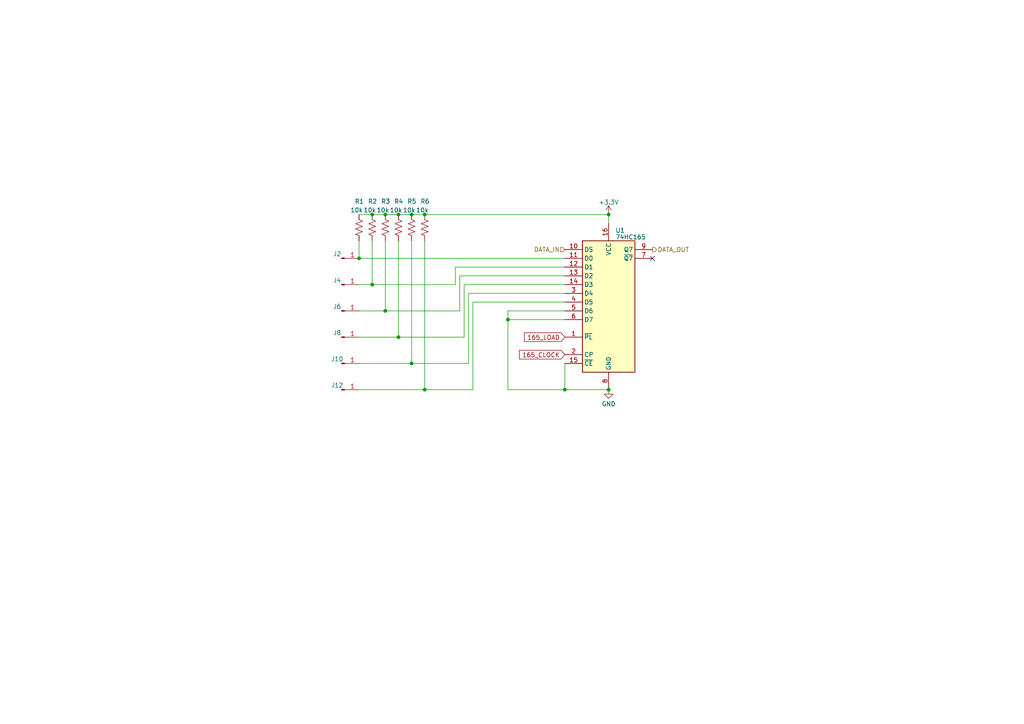
<source format=kicad_sch>
(kicad_sch (version 20230121) (generator eeschema)
  (paper "A4")
  (lib_symbols
    (symbol "74xx:74HC165"
      (property "Reference" "U" (at -7.62 19.05 0))
      (property "Value" "74HC165" (at -7.62 -21.59 0))
      (symbol "74HC165_1_0"
        (pin input line (at -12.7 -10.16 0) (length 5.08) (name "~{PL}") (number "1"))
        (pin input line (at -12.7 15.24 0) (length 5.08) (name "DS") (number "10"))
        (pin input line (at -12.7 12.7 0) (length 5.08) (name "D0") (number "11"))
        (pin input line (at -12.7 10.16 0) (length 5.08) (name "D1") (number "12"))
        (pin input line (at -12.7 7.62 0) (length 5.08) (name "D2") (number "13"))
        (pin input line (at -12.7 5.08 0) (length 5.08) (name "D3") (number "14"))
        (pin input line (at -12.7 -17.78 0) (length 5.08) (name "~{CE}") (number "15"))
        (pin power_in line (at 0 22.86 270) (length 5.08) (name "VCC") (number "16"))
        (pin input line (at -12.7 -15.24 0) (length 5.08) (name "CP") (number "2"))
        (pin input line (at -12.7 2.54 0) (length 5.08) (name "D4") (number "3"))
        (pin input line (at -12.7 0 0) (length 5.08) (name "D5") (number "4"))
        (pin input line (at -12.7 -2.54 0) (length 5.08) (name "D6") (number "5"))
        (pin input line (at -12.7 -5.08 0) (length 5.08) (name "D7") (number "6"))
        (pin output line (at 12.7 12.7 180) (length 5.08) (name "~{Q7}") (number "7"))
        (pin power_in line (at 0 -25.4 90) (length 5.08) (name "GND") (number "8"))
        (pin output line (at 12.7 15.24 180) (length 5.08) (name "Q7") (number "9"))
      )
      (symbol "74HC165_1_1"
        (rectangle (start -7.62 17.78) (end 7.62 -20.32) (stroke (width 0.254)) (fill (type background)))
      )
    )
    (symbol "Device:R_US" (pin_numbers hide) (pin_names (offset 0))
      (property "Reference" "R" (at 2.54 0 90))
      (property "Value" "R_US" (at -2.54 0 90))
      (symbol "R_US_0_1"
        (polyline (pts (xy 0 -2.286) (xy 0 -2.54)))
        (polyline (pts (xy 0 2.286) (xy 0 2.54)))
        (polyline (pts (xy 0 -0.762) (xy 1.016 -1.143) (xy 0 -1.524) (xy -1.016 -1.905) (xy 0 -2.286)))
        (polyline (pts (xy 0 0.762) (xy 1.016 0.381) (xy 0 0) (xy -1.016 -0.381) (xy 0 -0.762)))
        (polyline (pts (xy 0 2.286) (xy 1.016 1.905) (xy 0 1.524) (xy -1.016 1.143) (xy 0 0.762)))
      )
      (symbol "R_US_1_1"
        (pin passive line (at 0 3.81 270) (length 1.27) (name "~") (number "1"))
        (pin passive line (at 0 -3.81 90) (length 1.27) (name "~") (number "2"))
      )
    )
    (symbol "bjarkar:fret" (pin_names (offset 1.016) hide)
      (property "Reference" "J" (at 0 2.54 0))
      (property "Value" "Conn_01x01_Pin" (at 0 -2.54 0))
      (symbol "fret_1_1"
        (polyline (pts (xy 1.27 0) (xy 0.8636 0)) (stroke (width 0.1524)))
        (rectangle (start 0.8636 0.127) (end 0 -0.127) (stroke (width 0.1524)) (fill (type outline)))
        (pin passive line (at 5.08 0 180) (length 3.81) (name "Pin_1") (number "1"))
        (pin no_connect line (at 3.81 -6.35 180) (length 3.81) hide (name "Pin_2") (number "2"))
      )
    )
    (symbol "power:+3.3V" (power) (pin_names (offset 0))
      (property "Value" "+3.3V" (at 0 3.556 0))
      (symbol "+3.3V_0_1"
        (polyline (pts (xy -0.762 1.27) (xy 0 2.54)))
        (polyline (pts (xy 0 0) (xy 0 2.54)))
        (polyline (pts (xy 0 2.54) (xy 0.762 1.27)))
      )
      (symbol "+3.3V_1_1"
        (pin power_in line (at 0 0 90) (length 0) hide (name "+3.3V") (number "1"))
      )
    )
    (symbol "power:GND" (power) (pin_names (offset 0))
      (property "Value" "GND" (at 0 -3.81 0))
      (symbol "GND_0_1"
        (polyline (pts (xy 0 0) (xy 0 -1.27) (xy 1.27 -1.27) (xy 0 -2.54) (xy -1.27 -1.27) (xy 0 -1.27)))
      )
      (symbol "GND_1_1"
        (pin power_in line (at 0 0 270) (length 0) hide (name "GND") (number "1"))
      )
    )
  )
  (junction (at 115.57 62.23))
  (junction (at 111.76 90.17))
  (junction (at 163.83 113.03))
  (junction (at 119.38 105.41))
  (junction (at 147.32 92.71))
  (junction (at 107.95 62.23))
  (junction (at 115.57 97.79))
  (junction (at 107.95 82.55))
  (junction (at 123.19 113.03))
  (junction (at 176.53 62.23))
  (junction (at 119.38 62.23))
  (junction (at 123.19 62.23))
  (junction (at 111.76 62.23))
  (junction (at 176.53 113.03))
  (junction (at 104.14 74.93))
  (no_connect (at 189.23 74.93))
  (wire (pts (xy 137.16 87.63) (xy 163.83 87.63)))
  (wire (pts (xy 135.89 105.41) (xy 135.89 85.09)))
  (wire (pts (xy 104.14 69.85) (xy 104.14 74.93)))
  (wire (pts (xy 115.57 97.79) (xy 134.62 97.79)))
  (wire (pts (xy 134.62 82.55) (xy 163.83 82.55)))
  (wire (pts (xy 163.83 113.03) (xy 176.53 113.03)))
  (wire (pts (xy 132.08 77.47) (xy 163.83 77.47)))
  (wire (pts (xy 176.53 62.23) (xy 176.53 64.77)))
  (wire (pts (xy 111.76 62.23) (xy 115.57 62.23)))
  (wire (pts (xy 133.35 90.17) (xy 133.35 80.01)))
  (wire (pts (xy 111.76 90.17) (xy 133.35 90.17)))
  (wire (pts (xy 123.19 113.03) (xy 137.16 113.03)))
  (wire (pts (xy 104.14 97.79) (xy 115.57 97.79)))
  (wire (pts (xy 115.57 62.23) (xy 119.38 62.23)))
  (wire (pts (xy 104.14 113.03) (xy 123.19 113.03)))
  (wire (pts (xy 147.32 113.03) (xy 163.83 113.03)))
  (wire (pts (xy 163.83 92.71) (xy 147.32 92.71)))
  (wire (pts (xy 104.14 74.93) (xy 163.83 74.93)))
  (wire (pts (xy 137.16 113.03) (xy 137.16 87.63)))
  (wire (pts (xy 107.95 62.23) (xy 111.76 62.23)))
  (wire (pts (xy 123.19 62.23) (xy 176.53 62.23)))
  (wire (pts (xy 132.08 82.55) (xy 132.08 77.47)))
  (wire (pts (xy 104.14 90.17) (xy 111.76 90.17)))
  (wire (pts (xy 147.32 90.17) (xy 147.32 92.71)))
  (wire (pts (xy 123.19 113.03) (xy 123.19 69.85)))
  (wire (pts (xy 147.32 92.71) (xy 147.32 113.03)))
  (wire (pts (xy 104.14 82.55) (xy 107.95 82.55)))
  (wire (pts (xy 119.38 62.23) (xy 123.19 62.23)))
  (wire (pts (xy 111.76 90.17) (xy 111.76 69.85)))
  (wire (pts (xy 104.14 105.41) (xy 119.38 105.41)))
  (wire (pts (xy 133.35 80.01) (xy 163.83 80.01)))
  (wire (pts (xy 115.57 97.79) (xy 115.57 69.85)))
  (wire (pts (xy 135.89 85.09) (xy 163.83 85.09)))
  (wire (pts (xy 104.14 62.23) (xy 107.95 62.23)))
  (wire (pts (xy 119.38 69.85) (xy 119.38 105.41)))
  (wire (pts (xy 107.95 82.55) (xy 107.95 69.85)))
  (wire (pts (xy 163.83 105.41) (xy 163.83 113.03)))
  (wire (pts (xy 107.95 82.55) (xy 132.08 82.55)))
  (wire (pts (xy 119.38 105.41) (xy 135.89 105.41)))
  (wire (pts (xy 134.62 97.79) (xy 134.62 82.55)))
  (wire (pts (xy 163.83 90.17) (xy 147.32 90.17)))
  (global_label "165_LOAD" (shape input) (at 163.83 97.79 180) (property "Intersheetrefs" "${INTERSHEET_REFS}" (effects hide)))
  (global_label "165_CLOCK" (shape input) (at 163.83 102.87 180) (property "Intersheetrefs" "${INTERSHEET_REFS}" (effects hide)))
  (hierarchical_label "DATA_IN" (shape input) (at 163.83 72.39 180))
  (hierarchical_label "DATA_OUT" (shape output) (at 189.23 72.39 0))
  (symbol (lib_id "power:+3.3V") (at 176.53 62.23 0) (unit 1)
    (property "Reference" "#PWR?" (effects hide))
    (property "Value" "+3.3V" (at 176.53 58.674 0))
    (instances (project "dk2_03_top" (path "" (reference "#PWR?") (unit 1)) (path "" (reference "#PWR035") (unit 1)) (path "" (reference "#PWR039") (unit 1)) (path "" (reference "#PWR011") (unit 1))) (project "fretboard" (path "" (reference "#PWR04") (unit 1)) (path "" (reference "#PWR06") (unit 1)) (path "" (reference "#PWR08") (unit 1)) (path "" (reference "#PWR010") (unit 1))))
  )
  (symbol (lib_id "power:GND") (at 176.53 113.03 0) (unit 1)
    (property "Reference" "#PWR036" (effects hide))
    (property "Value" "GND" (at 176.53 117.1655 0))
    (instances (project "dk2_03_top" (path "" (reference "#PWR036") (unit 1)) (path "" (reference "#PWR040") (unit 1)) (path "" (reference "#PWR020") (unit 1))) (project "fretboard" (path "" (reference "#PWR05") (unit 1)) (path "" (reference "#PWR07") (unit 1)) (path "" (reference "#PWR09") (unit 1)) (path "" (reference "#PWR011") (unit 1))))
  )
  (symbol (lib_id "74xx:74HC165") (at 176.53 87.63 0) (unit 1)
    (property "Reference" "U1" (at 178.4859 66.8401 0) (effects (justify left)))
    (property "Value" "74HC165" (at 178.4859 68.7611 0) (effects (justify left)))
    (property "Footprint" "Package_SO:SOIC-16_3.9x9.9mm_P1.27mm" (effects hide))
    (property "Datasheet" "https://assets.nexperia.com/documents/data-sheet/74HC_HCT165.pdf" (effects hide))
    (instances (project "fretboard" (path "" (reference "U1") (unit 1)) (path "" (reference "U2") (unit 1)) (path "" (reference "U3") (unit 1)) (path "" (reference "U4") (unit 1))))
  )
  (symbol (lib_id "bjarkar:fret") (at 99.06 97.79 0) (unit 1)
    (property "Reference" "J8" (at 97.79 96.52 0))
    (property "Value" "Conn_01x01_Pin" (effects hide))
    (property "Footprint" "Bjarkar:Bjarkar_fret_connection" (effects hide))
    (instances (project "fretboard" (path "" (reference "J8") (unit 1)) (path "" (reference "J24") (unit 1)) (path "" (reference "J40") (unit 1)) (path "" (reference "J29") (unit 1))))
  )
  (symbol (lib_id "Device:R_US") (at 111.76 66.04 0) (unit 1)
    (property "Reference" "R3" (at 110.49 58.42 0) (effects (justify left)))
    (property "Value" "10k" (at 109.22 60.96 0) (effects (justify left)))
    (property "Footprint" "Resistor_SMD:R_0603_1608Metric" (effects hide))
    (instances (project "fretboard" (path "" (reference "R3") (unit 1)) (path "" (reference "R11") (unit 1)) (path "" (reference "R19") (unit 1)) (path "" (reference "R27") (unit 1))))
  )
  (symbol (lib_id "bjarkar:fret") (at 99.06 90.17 0) (unit 1)
    (property "Reference" "J6" (at 97.79 88.9 0))
    (property "Value" "Conn_01x01_Pin" (effects hide))
    (property "Footprint" "Bjarkar:Bjarkar_fret_connection" (effects hide))
    (instances (project "fretboard" (path "" (reference "J6") (unit 1)) (path "" (reference "J22") (unit 1)) (path "" (reference "J38") (unit 1)) (path "" (reference "J28") (unit 1))))
  )
  (symbol (lib_id "bjarkar:fret") (at 99.06 113.03 0) (unit 1)
    (property "Reference" "J12" (at 97.79 111.76 0))
    (property "Value" "Conn_01x01_Pin" (effects hide))
    (property "Footprint" "Bjarkar:Bjarkar_fret_connection" (effects hide))
    (instances (project "fretboard" (path "" (reference "J12") (unit 1)) (path "" (reference "J28") (unit 1)) (path "" (reference "J44") (unit 1)) (path "" (reference "J31") (unit 1))))
  )
  (symbol (lib_id "bjarkar:fret") (at 99.06 74.93 0) (unit 1)
    (property "Reference" "J2" (at 97.79 73.66 0))
    (property "Value" "Conn_01x01_Pin" (effects hide))
    (property "Footprint" "Bjarkar:Bjarkar_fret_connection" (effects hide))
    (instances (project "fretboard" (path "" (reference "J2") (unit 1)) (path "" (reference "J18") (unit 1)) (path "" (reference "J34") (unit 1)) (path "" (reference "J26") (unit 1))))
  )
  (symbol (lib_id "Device:R_US") (at 115.57 66.04 0) (unit 1)
    (property "Reference" "R4" (at 114.3 58.42 0) (effects (justify left)))
    (property "Value" "10k" (at 113.03 60.96 0) (effects (justify left)))
    (property "Footprint" "Resistor_SMD:R_0603_1608Metric" (effects hide))
    (instances (project "fretboard" (path "" (reference "R4") (unit 1)) (path "" (reference "R12") (unit 1)) (path "" (reference "R20") (unit 1)) (path "" (reference "R28") (unit 1))))
  )
  (symbol (lib_id "bjarkar:fret") (at 99.06 105.41 0) (unit 1)
    (property "Reference" "J10" (at 97.79 104.14 0))
    (property "Value" "Conn_01x01_Pin" (effects hide))
    (property "Footprint" "Bjarkar:Bjarkar_fret_connection" (effects hide))
    (instances (project "fretboard" (path "" (reference "J10") (unit 1)) (path "" (reference "J26") (unit 1)) (path "" (reference "J42") (unit 1)) (path "" (reference "J30") (unit 1))))
  )
  (symbol (lib_id "bjarkar:fret") (at 99.06 82.55 0) (unit 1)
    (property "Reference" "J4" (at 97.79 81.28 0))
    (property "Value" "Conn_01x01_Pin" (effects hide))
    (property "Footprint" "Bjarkar:Bjarkar_fret_connection" (effects hide))
    (instances (project "fretboard" (path "" (reference "J4") (unit 1)) (path "" (reference "J20") (unit 1)) (path "" (reference "J36") (unit 1)) (path "" (reference "J27") (unit 1))))
  )
  (symbol (lib_id "Device:R_US") (at 119.38 66.04 0) (unit 1)
    (property "Reference" "R5" (at 118.11 58.42 0) (effects (justify left)))
    (property "Value" "10k" (at 116.84 60.96 0) (effects (justify left)))
    (property "Footprint" "Resistor_SMD:R_0603_1608Metric" (effects hide))
    (instances (project "fretboard" (path "" (reference "R5") (unit 1)) (path "" (reference "R13") (unit 1)) (path "" (reference "R21") (unit 1)) (path "" (reference "R29") (unit 1))))
  )
  (symbol (lib_id "Device:R_US") (at 107.95 66.04 0) (unit 1)
    (property "Reference" "R2" (at 106.68 58.42 0) (effects (justify left)))
    (property "Value" "10k" (at 105.41 60.96 0) (effects (justify left)))
    (property "Footprint" "Resistor_SMD:R_0603_1608Metric" (effects hide))
    (instances (project "fretboard" (path "" (reference "R2") (unit 1)) (path "" (reference "R10") (unit 1)) (path "" (reference "R18") (unit 1)) (path "" (reference "R26") (unit 1))))
  )
  (symbol (lib_id "Device:R_US") (at 104.14 66.04 0) (unit 1)
    (property "Reference" "R1" (at 102.87 58.42 0) (effects (justify left)))
    (property "Value" "10k" (at 101.6 60.96 0) (effects (justify left)))
    (property "Footprint" "Resistor_SMD:R_0603_1608Metric" (effects hide))
    (instances (project "fretboard" (path "" (reference "R1") (unit 1)) (path "" (reference "R9") (unit 1)) (path "" (reference "R17") (unit 1)) (path "" (reference "R25") (unit 1))))
  )
  (symbol (lib_id "Device:R_US") (at 123.19 66.04 0) (unit 1)
    (property "Reference" "R6" (at 121.92 58.42 0) (effects (justify left)))
    (property "Value" "10k" (at 120.65 60.96 0) (effects (justify left)))
    (property "Footprint" "Resistor_SMD:R_0603_1608Metric" (effects hide))
    (instances (project "fretboard" (path "" (reference "R6") (unit 1)) (path "" (reference "R14") (unit 1)) (path "" (reference "R22") (unit 1)) (path "" (reference "R30") (unit 1))))
  )
)
</source>
